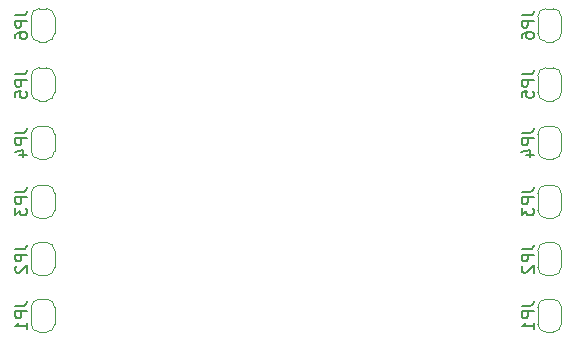
<source format=gbr>
%TF.GenerationSoftware,KiCad,Pcbnew,7.0.5*%
%TF.CreationDate,2023-07-03T18:15:23+02:00*%
%TF.ProjectId,motherboard_panel,6d6f7468-6572-4626-9f61-72645f70616e,rev?*%
%TF.SameCoordinates,Original*%
%TF.FileFunction,Legend,Bot*%
%TF.FilePolarity,Positive*%
%FSLAX46Y46*%
G04 Gerber Fmt 4.6, Leading zero omitted, Abs format (unit mm)*
G04 Created by KiCad (PCBNEW 7.0.5) date 2023-07-03 18:15:23*
%MOMM*%
%LPD*%
G01*
G04 APERTURE LIST*
%ADD10C,0.150000*%
%ADD11C,0.120000*%
G04 APERTURE END LIST*
D10*
%TO.C,JP3*%
X122854819Y-45316666D02*
X123569104Y-45316666D01*
X123569104Y-45316666D02*
X123711961Y-45269047D01*
X123711961Y-45269047D02*
X123807200Y-45173809D01*
X123807200Y-45173809D02*
X123854819Y-45030952D01*
X123854819Y-45030952D02*
X123854819Y-44935714D01*
X123854819Y-45792857D02*
X122854819Y-45792857D01*
X122854819Y-45792857D02*
X122854819Y-46173809D01*
X122854819Y-46173809D02*
X122902438Y-46269047D01*
X122902438Y-46269047D02*
X122950057Y-46316666D01*
X122950057Y-46316666D02*
X123045295Y-46364285D01*
X123045295Y-46364285D02*
X123188152Y-46364285D01*
X123188152Y-46364285D02*
X123283390Y-46316666D01*
X123283390Y-46316666D02*
X123331009Y-46269047D01*
X123331009Y-46269047D02*
X123378628Y-46173809D01*
X123378628Y-46173809D02*
X123378628Y-45792857D01*
X122854819Y-46697619D02*
X122854819Y-47316666D01*
X122854819Y-47316666D02*
X123235771Y-46983333D01*
X123235771Y-46983333D02*
X123235771Y-47126190D01*
X123235771Y-47126190D02*
X123283390Y-47221428D01*
X123283390Y-47221428D02*
X123331009Y-47269047D01*
X123331009Y-47269047D02*
X123426247Y-47316666D01*
X123426247Y-47316666D02*
X123664342Y-47316666D01*
X123664342Y-47316666D02*
X123759580Y-47269047D01*
X123759580Y-47269047D02*
X123807200Y-47221428D01*
X123807200Y-47221428D02*
X123854819Y-47126190D01*
X123854819Y-47126190D02*
X123854819Y-46840476D01*
X123854819Y-46840476D02*
X123807200Y-46745238D01*
X123807200Y-46745238D02*
X123759580Y-46697619D01*
%TO.C,JP6*%
X122854819Y-30366666D02*
X123569104Y-30366666D01*
X123569104Y-30366666D02*
X123711961Y-30319047D01*
X123711961Y-30319047D02*
X123807200Y-30223809D01*
X123807200Y-30223809D02*
X123854819Y-30080952D01*
X123854819Y-30080952D02*
X123854819Y-29985714D01*
X123854819Y-30842857D02*
X122854819Y-30842857D01*
X122854819Y-30842857D02*
X122854819Y-31223809D01*
X122854819Y-31223809D02*
X122902438Y-31319047D01*
X122902438Y-31319047D02*
X122950057Y-31366666D01*
X122950057Y-31366666D02*
X123045295Y-31414285D01*
X123045295Y-31414285D02*
X123188152Y-31414285D01*
X123188152Y-31414285D02*
X123283390Y-31366666D01*
X123283390Y-31366666D02*
X123331009Y-31319047D01*
X123331009Y-31319047D02*
X123378628Y-31223809D01*
X123378628Y-31223809D02*
X123378628Y-30842857D01*
X122854819Y-32271428D02*
X122854819Y-32080952D01*
X122854819Y-32080952D02*
X122902438Y-31985714D01*
X122902438Y-31985714D02*
X122950057Y-31938095D01*
X122950057Y-31938095D02*
X123092914Y-31842857D01*
X123092914Y-31842857D02*
X123283390Y-31795238D01*
X123283390Y-31795238D02*
X123664342Y-31795238D01*
X123664342Y-31795238D02*
X123759580Y-31842857D01*
X123759580Y-31842857D02*
X123807200Y-31890476D01*
X123807200Y-31890476D02*
X123854819Y-31985714D01*
X123854819Y-31985714D02*
X123854819Y-32176190D01*
X123854819Y-32176190D02*
X123807200Y-32271428D01*
X123807200Y-32271428D02*
X123759580Y-32319047D01*
X123759580Y-32319047D02*
X123664342Y-32366666D01*
X123664342Y-32366666D02*
X123426247Y-32366666D01*
X123426247Y-32366666D02*
X123331009Y-32319047D01*
X123331009Y-32319047D02*
X123283390Y-32271428D01*
X123283390Y-32271428D02*
X123235771Y-32176190D01*
X123235771Y-32176190D02*
X123235771Y-31985714D01*
X123235771Y-31985714D02*
X123283390Y-31890476D01*
X123283390Y-31890476D02*
X123331009Y-31842857D01*
X123331009Y-31842857D02*
X123426247Y-31795238D01*
%TO.C,JP2*%
X165754819Y-50166666D02*
X166469104Y-50166666D01*
X166469104Y-50166666D02*
X166611961Y-50119047D01*
X166611961Y-50119047D02*
X166707200Y-50023809D01*
X166707200Y-50023809D02*
X166754819Y-49880952D01*
X166754819Y-49880952D02*
X166754819Y-49785714D01*
X166754819Y-50642857D02*
X165754819Y-50642857D01*
X165754819Y-50642857D02*
X165754819Y-51023809D01*
X165754819Y-51023809D02*
X165802438Y-51119047D01*
X165802438Y-51119047D02*
X165850057Y-51166666D01*
X165850057Y-51166666D02*
X165945295Y-51214285D01*
X165945295Y-51214285D02*
X166088152Y-51214285D01*
X166088152Y-51214285D02*
X166183390Y-51166666D01*
X166183390Y-51166666D02*
X166231009Y-51119047D01*
X166231009Y-51119047D02*
X166278628Y-51023809D01*
X166278628Y-51023809D02*
X166278628Y-50642857D01*
X165850057Y-51595238D02*
X165802438Y-51642857D01*
X165802438Y-51642857D02*
X165754819Y-51738095D01*
X165754819Y-51738095D02*
X165754819Y-51976190D01*
X165754819Y-51976190D02*
X165802438Y-52071428D01*
X165802438Y-52071428D02*
X165850057Y-52119047D01*
X165850057Y-52119047D02*
X165945295Y-52166666D01*
X165945295Y-52166666D02*
X166040533Y-52166666D01*
X166040533Y-52166666D02*
X166183390Y-52119047D01*
X166183390Y-52119047D02*
X166754819Y-51547619D01*
X166754819Y-51547619D02*
X166754819Y-52166666D01*
%TO.C,JP1*%
X122854819Y-54966666D02*
X123569104Y-54966666D01*
X123569104Y-54966666D02*
X123711961Y-54919047D01*
X123711961Y-54919047D02*
X123807200Y-54823809D01*
X123807200Y-54823809D02*
X123854819Y-54680952D01*
X123854819Y-54680952D02*
X123854819Y-54585714D01*
X123854819Y-55442857D02*
X122854819Y-55442857D01*
X122854819Y-55442857D02*
X122854819Y-55823809D01*
X122854819Y-55823809D02*
X122902438Y-55919047D01*
X122902438Y-55919047D02*
X122950057Y-55966666D01*
X122950057Y-55966666D02*
X123045295Y-56014285D01*
X123045295Y-56014285D02*
X123188152Y-56014285D01*
X123188152Y-56014285D02*
X123283390Y-55966666D01*
X123283390Y-55966666D02*
X123331009Y-55919047D01*
X123331009Y-55919047D02*
X123378628Y-55823809D01*
X123378628Y-55823809D02*
X123378628Y-55442857D01*
X123854819Y-56966666D02*
X123854819Y-56395238D01*
X123854819Y-56680952D02*
X122854819Y-56680952D01*
X122854819Y-56680952D02*
X122997676Y-56585714D01*
X122997676Y-56585714D02*
X123092914Y-56490476D01*
X123092914Y-56490476D02*
X123140533Y-56395238D01*
%TO.C,JP5*%
X165754819Y-35366666D02*
X166469104Y-35366666D01*
X166469104Y-35366666D02*
X166611961Y-35319047D01*
X166611961Y-35319047D02*
X166707200Y-35223809D01*
X166707200Y-35223809D02*
X166754819Y-35080952D01*
X166754819Y-35080952D02*
X166754819Y-34985714D01*
X166754819Y-35842857D02*
X165754819Y-35842857D01*
X165754819Y-35842857D02*
X165754819Y-36223809D01*
X165754819Y-36223809D02*
X165802438Y-36319047D01*
X165802438Y-36319047D02*
X165850057Y-36366666D01*
X165850057Y-36366666D02*
X165945295Y-36414285D01*
X165945295Y-36414285D02*
X166088152Y-36414285D01*
X166088152Y-36414285D02*
X166183390Y-36366666D01*
X166183390Y-36366666D02*
X166231009Y-36319047D01*
X166231009Y-36319047D02*
X166278628Y-36223809D01*
X166278628Y-36223809D02*
X166278628Y-35842857D01*
X165754819Y-37319047D02*
X165754819Y-36842857D01*
X165754819Y-36842857D02*
X166231009Y-36795238D01*
X166231009Y-36795238D02*
X166183390Y-36842857D01*
X166183390Y-36842857D02*
X166135771Y-36938095D01*
X166135771Y-36938095D02*
X166135771Y-37176190D01*
X166135771Y-37176190D02*
X166183390Y-37271428D01*
X166183390Y-37271428D02*
X166231009Y-37319047D01*
X166231009Y-37319047D02*
X166326247Y-37366666D01*
X166326247Y-37366666D02*
X166564342Y-37366666D01*
X166564342Y-37366666D02*
X166659580Y-37319047D01*
X166659580Y-37319047D02*
X166707200Y-37271428D01*
X166707200Y-37271428D02*
X166754819Y-37176190D01*
X166754819Y-37176190D02*
X166754819Y-36938095D01*
X166754819Y-36938095D02*
X166707200Y-36842857D01*
X166707200Y-36842857D02*
X166659580Y-36795238D01*
%TO.C,JP2*%
X122854819Y-50166666D02*
X123569104Y-50166666D01*
X123569104Y-50166666D02*
X123711961Y-50119047D01*
X123711961Y-50119047D02*
X123807200Y-50023809D01*
X123807200Y-50023809D02*
X123854819Y-49880952D01*
X123854819Y-49880952D02*
X123854819Y-49785714D01*
X123854819Y-50642857D02*
X122854819Y-50642857D01*
X122854819Y-50642857D02*
X122854819Y-51023809D01*
X122854819Y-51023809D02*
X122902438Y-51119047D01*
X122902438Y-51119047D02*
X122950057Y-51166666D01*
X122950057Y-51166666D02*
X123045295Y-51214285D01*
X123045295Y-51214285D02*
X123188152Y-51214285D01*
X123188152Y-51214285D02*
X123283390Y-51166666D01*
X123283390Y-51166666D02*
X123331009Y-51119047D01*
X123331009Y-51119047D02*
X123378628Y-51023809D01*
X123378628Y-51023809D02*
X123378628Y-50642857D01*
X122950057Y-51595238D02*
X122902438Y-51642857D01*
X122902438Y-51642857D02*
X122854819Y-51738095D01*
X122854819Y-51738095D02*
X122854819Y-51976190D01*
X122854819Y-51976190D02*
X122902438Y-52071428D01*
X122902438Y-52071428D02*
X122950057Y-52119047D01*
X122950057Y-52119047D02*
X123045295Y-52166666D01*
X123045295Y-52166666D02*
X123140533Y-52166666D01*
X123140533Y-52166666D02*
X123283390Y-52119047D01*
X123283390Y-52119047D02*
X123854819Y-51547619D01*
X123854819Y-51547619D02*
X123854819Y-52166666D01*
%TO.C,JP4*%
X122854819Y-40316666D02*
X123569104Y-40316666D01*
X123569104Y-40316666D02*
X123711961Y-40269047D01*
X123711961Y-40269047D02*
X123807200Y-40173809D01*
X123807200Y-40173809D02*
X123854819Y-40030952D01*
X123854819Y-40030952D02*
X123854819Y-39935714D01*
X123854819Y-40792857D02*
X122854819Y-40792857D01*
X122854819Y-40792857D02*
X122854819Y-41173809D01*
X122854819Y-41173809D02*
X122902438Y-41269047D01*
X122902438Y-41269047D02*
X122950057Y-41316666D01*
X122950057Y-41316666D02*
X123045295Y-41364285D01*
X123045295Y-41364285D02*
X123188152Y-41364285D01*
X123188152Y-41364285D02*
X123283390Y-41316666D01*
X123283390Y-41316666D02*
X123331009Y-41269047D01*
X123331009Y-41269047D02*
X123378628Y-41173809D01*
X123378628Y-41173809D02*
X123378628Y-40792857D01*
X123188152Y-42221428D02*
X123854819Y-42221428D01*
X122807200Y-41983333D02*
X123521485Y-41745238D01*
X123521485Y-41745238D02*
X123521485Y-42364285D01*
%TO.C,JP5*%
X122854819Y-35366666D02*
X123569104Y-35366666D01*
X123569104Y-35366666D02*
X123711961Y-35319047D01*
X123711961Y-35319047D02*
X123807200Y-35223809D01*
X123807200Y-35223809D02*
X123854819Y-35080952D01*
X123854819Y-35080952D02*
X123854819Y-34985714D01*
X123854819Y-35842857D02*
X122854819Y-35842857D01*
X122854819Y-35842857D02*
X122854819Y-36223809D01*
X122854819Y-36223809D02*
X122902438Y-36319047D01*
X122902438Y-36319047D02*
X122950057Y-36366666D01*
X122950057Y-36366666D02*
X123045295Y-36414285D01*
X123045295Y-36414285D02*
X123188152Y-36414285D01*
X123188152Y-36414285D02*
X123283390Y-36366666D01*
X123283390Y-36366666D02*
X123331009Y-36319047D01*
X123331009Y-36319047D02*
X123378628Y-36223809D01*
X123378628Y-36223809D02*
X123378628Y-35842857D01*
X122854819Y-37319047D02*
X122854819Y-36842857D01*
X122854819Y-36842857D02*
X123331009Y-36795238D01*
X123331009Y-36795238D02*
X123283390Y-36842857D01*
X123283390Y-36842857D02*
X123235771Y-36938095D01*
X123235771Y-36938095D02*
X123235771Y-37176190D01*
X123235771Y-37176190D02*
X123283390Y-37271428D01*
X123283390Y-37271428D02*
X123331009Y-37319047D01*
X123331009Y-37319047D02*
X123426247Y-37366666D01*
X123426247Y-37366666D02*
X123664342Y-37366666D01*
X123664342Y-37366666D02*
X123759580Y-37319047D01*
X123759580Y-37319047D02*
X123807200Y-37271428D01*
X123807200Y-37271428D02*
X123854819Y-37176190D01*
X123854819Y-37176190D02*
X123854819Y-36938095D01*
X123854819Y-36938095D02*
X123807200Y-36842857D01*
X123807200Y-36842857D02*
X123759580Y-36795238D01*
%TO.C,JP6*%
X165754819Y-30366666D02*
X166469104Y-30366666D01*
X166469104Y-30366666D02*
X166611961Y-30319047D01*
X166611961Y-30319047D02*
X166707200Y-30223809D01*
X166707200Y-30223809D02*
X166754819Y-30080952D01*
X166754819Y-30080952D02*
X166754819Y-29985714D01*
X166754819Y-30842857D02*
X165754819Y-30842857D01*
X165754819Y-30842857D02*
X165754819Y-31223809D01*
X165754819Y-31223809D02*
X165802438Y-31319047D01*
X165802438Y-31319047D02*
X165850057Y-31366666D01*
X165850057Y-31366666D02*
X165945295Y-31414285D01*
X165945295Y-31414285D02*
X166088152Y-31414285D01*
X166088152Y-31414285D02*
X166183390Y-31366666D01*
X166183390Y-31366666D02*
X166231009Y-31319047D01*
X166231009Y-31319047D02*
X166278628Y-31223809D01*
X166278628Y-31223809D02*
X166278628Y-30842857D01*
X165754819Y-32271428D02*
X165754819Y-32080952D01*
X165754819Y-32080952D02*
X165802438Y-31985714D01*
X165802438Y-31985714D02*
X165850057Y-31938095D01*
X165850057Y-31938095D02*
X165992914Y-31842857D01*
X165992914Y-31842857D02*
X166183390Y-31795238D01*
X166183390Y-31795238D02*
X166564342Y-31795238D01*
X166564342Y-31795238D02*
X166659580Y-31842857D01*
X166659580Y-31842857D02*
X166707200Y-31890476D01*
X166707200Y-31890476D02*
X166754819Y-31985714D01*
X166754819Y-31985714D02*
X166754819Y-32176190D01*
X166754819Y-32176190D02*
X166707200Y-32271428D01*
X166707200Y-32271428D02*
X166659580Y-32319047D01*
X166659580Y-32319047D02*
X166564342Y-32366666D01*
X166564342Y-32366666D02*
X166326247Y-32366666D01*
X166326247Y-32366666D02*
X166231009Y-32319047D01*
X166231009Y-32319047D02*
X166183390Y-32271428D01*
X166183390Y-32271428D02*
X166135771Y-32176190D01*
X166135771Y-32176190D02*
X166135771Y-31985714D01*
X166135771Y-31985714D02*
X166183390Y-31890476D01*
X166183390Y-31890476D02*
X166231009Y-31842857D01*
X166231009Y-31842857D02*
X166326247Y-31795238D01*
%TO.C,JP3*%
X165754819Y-45316666D02*
X166469104Y-45316666D01*
X166469104Y-45316666D02*
X166611961Y-45269047D01*
X166611961Y-45269047D02*
X166707200Y-45173809D01*
X166707200Y-45173809D02*
X166754819Y-45030952D01*
X166754819Y-45030952D02*
X166754819Y-44935714D01*
X166754819Y-45792857D02*
X165754819Y-45792857D01*
X165754819Y-45792857D02*
X165754819Y-46173809D01*
X165754819Y-46173809D02*
X165802438Y-46269047D01*
X165802438Y-46269047D02*
X165850057Y-46316666D01*
X165850057Y-46316666D02*
X165945295Y-46364285D01*
X165945295Y-46364285D02*
X166088152Y-46364285D01*
X166088152Y-46364285D02*
X166183390Y-46316666D01*
X166183390Y-46316666D02*
X166231009Y-46269047D01*
X166231009Y-46269047D02*
X166278628Y-46173809D01*
X166278628Y-46173809D02*
X166278628Y-45792857D01*
X165754819Y-46697619D02*
X165754819Y-47316666D01*
X165754819Y-47316666D02*
X166135771Y-46983333D01*
X166135771Y-46983333D02*
X166135771Y-47126190D01*
X166135771Y-47126190D02*
X166183390Y-47221428D01*
X166183390Y-47221428D02*
X166231009Y-47269047D01*
X166231009Y-47269047D02*
X166326247Y-47316666D01*
X166326247Y-47316666D02*
X166564342Y-47316666D01*
X166564342Y-47316666D02*
X166659580Y-47269047D01*
X166659580Y-47269047D02*
X166707200Y-47221428D01*
X166707200Y-47221428D02*
X166754819Y-47126190D01*
X166754819Y-47126190D02*
X166754819Y-46840476D01*
X166754819Y-46840476D02*
X166707200Y-46745238D01*
X166707200Y-46745238D02*
X166659580Y-46697619D01*
%TO.C,JP4*%
X165754819Y-40316666D02*
X166469104Y-40316666D01*
X166469104Y-40316666D02*
X166611961Y-40269047D01*
X166611961Y-40269047D02*
X166707200Y-40173809D01*
X166707200Y-40173809D02*
X166754819Y-40030952D01*
X166754819Y-40030952D02*
X166754819Y-39935714D01*
X166754819Y-40792857D02*
X165754819Y-40792857D01*
X165754819Y-40792857D02*
X165754819Y-41173809D01*
X165754819Y-41173809D02*
X165802438Y-41269047D01*
X165802438Y-41269047D02*
X165850057Y-41316666D01*
X165850057Y-41316666D02*
X165945295Y-41364285D01*
X165945295Y-41364285D02*
X166088152Y-41364285D01*
X166088152Y-41364285D02*
X166183390Y-41316666D01*
X166183390Y-41316666D02*
X166231009Y-41269047D01*
X166231009Y-41269047D02*
X166278628Y-41173809D01*
X166278628Y-41173809D02*
X166278628Y-40792857D01*
X166088152Y-42221428D02*
X166754819Y-42221428D01*
X165707200Y-41983333D02*
X166421485Y-41745238D01*
X166421485Y-41745238D02*
X166421485Y-42364285D01*
%TO.C,JP1*%
X165754819Y-54966666D02*
X166469104Y-54966666D01*
X166469104Y-54966666D02*
X166611961Y-54919047D01*
X166611961Y-54919047D02*
X166707200Y-54823809D01*
X166707200Y-54823809D02*
X166754819Y-54680952D01*
X166754819Y-54680952D02*
X166754819Y-54585714D01*
X166754819Y-55442857D02*
X165754819Y-55442857D01*
X165754819Y-55442857D02*
X165754819Y-55823809D01*
X165754819Y-55823809D02*
X165802438Y-55919047D01*
X165802438Y-55919047D02*
X165850057Y-55966666D01*
X165850057Y-55966666D02*
X165945295Y-56014285D01*
X165945295Y-56014285D02*
X166088152Y-56014285D01*
X166088152Y-56014285D02*
X166183390Y-55966666D01*
X166183390Y-55966666D02*
X166231009Y-55919047D01*
X166231009Y-55919047D02*
X166278628Y-55823809D01*
X166278628Y-55823809D02*
X166278628Y-55442857D01*
X166754819Y-56966666D02*
X166754819Y-56395238D01*
X166754819Y-56680952D02*
X165754819Y-56680952D01*
X165754819Y-56680952D02*
X165897676Y-56585714D01*
X165897676Y-56585714D02*
X165992914Y-56490476D01*
X165992914Y-56490476D02*
X166040533Y-56395238D01*
D11*
%TO.C,JP3*%
X125500000Y-44750000D02*
X124900000Y-44750000D01*
X124200000Y-45450000D02*
X124200000Y-46850000D01*
X126200000Y-46850000D02*
X126200000Y-45450000D01*
X124900000Y-47550000D02*
X125500000Y-47550000D01*
X126200000Y-45450000D02*
G75*
G03*
X125500000Y-44750000I-699999J1D01*
G01*
X124900000Y-44750000D02*
G75*
G03*
X124200000Y-45450000I-1J-699999D01*
G01*
X125500000Y-47550000D02*
G75*
G03*
X126200000Y-46850000I0J700000D01*
G01*
X124200000Y-46850000D02*
G75*
G03*
X124900000Y-47550000I700000J0D01*
G01*
%TO.C,JP6*%
X125500000Y-29800000D02*
X124900000Y-29800000D01*
X124200000Y-30500000D02*
X124200000Y-31900000D01*
X126200000Y-31900000D02*
X126200000Y-30500000D01*
X124900000Y-32600000D02*
X125500000Y-32600000D01*
X126200000Y-30500000D02*
G75*
G03*
X125500000Y-29800000I-699999J1D01*
G01*
X124900000Y-29800000D02*
G75*
G03*
X124200000Y-30500000I-1J-699999D01*
G01*
X125500000Y-32600000D02*
G75*
G03*
X126200000Y-31900000I0J700000D01*
G01*
X124200000Y-31900000D02*
G75*
G03*
X124900000Y-32600000I700000J0D01*
G01*
%TO.C,JP2*%
X168400000Y-49600000D02*
X167800000Y-49600000D01*
X167100000Y-50300000D02*
X167100000Y-51700000D01*
X169100000Y-51700000D02*
X169100000Y-50300000D01*
X167800000Y-52400000D02*
X168400000Y-52400000D01*
X169100000Y-50300000D02*
G75*
G03*
X168400000Y-49600000I-699999J1D01*
G01*
X167800000Y-49600000D02*
G75*
G03*
X167100000Y-50300000I-1J-699999D01*
G01*
X168400000Y-52400000D02*
G75*
G03*
X169100000Y-51700000I0J700000D01*
G01*
X167100000Y-51700000D02*
G75*
G03*
X167800000Y-52400000I700000J0D01*
G01*
%TO.C,JP1*%
X125500000Y-54400000D02*
X124900000Y-54400000D01*
X124200000Y-55100000D02*
X124200000Y-56500000D01*
X126200000Y-56500000D02*
X126200000Y-55100000D01*
X124900000Y-57200000D02*
X125500000Y-57200000D01*
X126200000Y-55100000D02*
G75*
G03*
X125500000Y-54400000I-699999J1D01*
G01*
X124900000Y-54400000D02*
G75*
G03*
X124200000Y-55100000I-1J-699999D01*
G01*
X125500000Y-57200000D02*
G75*
G03*
X126200000Y-56500000I0J700000D01*
G01*
X124200000Y-56500000D02*
G75*
G03*
X124900000Y-57200000I700000J0D01*
G01*
%TO.C,JP5*%
X168400000Y-34800000D02*
X167800000Y-34800000D01*
X167100000Y-35500000D02*
X167100000Y-36900000D01*
X169100000Y-36900000D02*
X169100000Y-35500000D01*
X167800000Y-37600000D02*
X168400000Y-37600000D01*
X169100000Y-35500000D02*
G75*
G03*
X168400000Y-34800000I-699999J1D01*
G01*
X167800000Y-34800000D02*
G75*
G03*
X167100000Y-35500000I-1J-699999D01*
G01*
X168400000Y-37600000D02*
G75*
G03*
X169100000Y-36900000I0J700000D01*
G01*
X167100000Y-36900000D02*
G75*
G03*
X167800000Y-37600000I700000J0D01*
G01*
%TO.C,JP2*%
X125500000Y-49600000D02*
X124900000Y-49600000D01*
X124200000Y-50300000D02*
X124200000Y-51700000D01*
X126200000Y-51700000D02*
X126200000Y-50300000D01*
X124900000Y-52400000D02*
X125500000Y-52400000D01*
X126200000Y-50300000D02*
G75*
G03*
X125500000Y-49600000I-699999J1D01*
G01*
X124900000Y-49600000D02*
G75*
G03*
X124200000Y-50300000I-1J-699999D01*
G01*
X125500000Y-52400000D02*
G75*
G03*
X126200000Y-51700000I0J700000D01*
G01*
X124200000Y-51700000D02*
G75*
G03*
X124900000Y-52400000I700000J0D01*
G01*
%TO.C,JP4*%
X125500000Y-39750000D02*
X124900000Y-39750000D01*
X124200000Y-40450000D02*
X124200000Y-41850000D01*
X126200000Y-41850000D02*
X126200000Y-40450000D01*
X124900000Y-42550000D02*
X125500000Y-42550000D01*
X126200000Y-40450000D02*
G75*
G03*
X125500000Y-39750000I-699999J1D01*
G01*
X124900000Y-39750000D02*
G75*
G03*
X124200000Y-40450000I-1J-699999D01*
G01*
X125500000Y-42550000D02*
G75*
G03*
X126200000Y-41850000I0J700000D01*
G01*
X124200000Y-41850000D02*
G75*
G03*
X124900000Y-42550000I700000J0D01*
G01*
%TO.C,JP5*%
X125500000Y-34800000D02*
X124900000Y-34800000D01*
X124200000Y-35500000D02*
X124200000Y-36900000D01*
X126200000Y-36900000D02*
X126200000Y-35500000D01*
X124900000Y-37600000D02*
X125500000Y-37600000D01*
X126200000Y-35500000D02*
G75*
G03*
X125500000Y-34800000I-699999J1D01*
G01*
X124900000Y-34800000D02*
G75*
G03*
X124200000Y-35500000I-1J-699999D01*
G01*
X125500000Y-37600000D02*
G75*
G03*
X126200000Y-36900000I0J700000D01*
G01*
X124200000Y-36900000D02*
G75*
G03*
X124900000Y-37600000I700000J0D01*
G01*
%TO.C,JP6*%
X168400000Y-29800000D02*
X167800000Y-29800000D01*
X167100000Y-30500000D02*
X167100000Y-31900000D01*
X169100000Y-31900000D02*
X169100000Y-30500000D01*
X167800000Y-32600000D02*
X168400000Y-32600000D01*
X169100000Y-30500000D02*
G75*
G03*
X168400000Y-29800000I-699999J1D01*
G01*
X167800000Y-29800000D02*
G75*
G03*
X167100000Y-30500000I-1J-699999D01*
G01*
X168400000Y-32600000D02*
G75*
G03*
X169100000Y-31900000I0J700000D01*
G01*
X167100000Y-31900000D02*
G75*
G03*
X167800000Y-32600000I700000J0D01*
G01*
%TO.C,JP3*%
X168400000Y-44750000D02*
X167800000Y-44750000D01*
X167100000Y-45450000D02*
X167100000Y-46850000D01*
X169100000Y-46850000D02*
X169100000Y-45450000D01*
X167800000Y-47550000D02*
X168400000Y-47550000D01*
X169100000Y-45450000D02*
G75*
G03*
X168400000Y-44750000I-699999J1D01*
G01*
X167800000Y-44750000D02*
G75*
G03*
X167100000Y-45450000I-1J-699999D01*
G01*
X168400000Y-47550000D02*
G75*
G03*
X169100000Y-46850000I0J700000D01*
G01*
X167100000Y-46850000D02*
G75*
G03*
X167800000Y-47550000I700000J0D01*
G01*
%TO.C,JP4*%
X168400000Y-39750000D02*
X167800000Y-39750000D01*
X167100000Y-40450000D02*
X167100000Y-41850000D01*
X169100000Y-41850000D02*
X169100000Y-40450000D01*
X167800000Y-42550000D02*
X168400000Y-42550000D01*
X169100000Y-40450000D02*
G75*
G03*
X168400000Y-39750000I-699999J1D01*
G01*
X167800000Y-39750000D02*
G75*
G03*
X167100000Y-40450000I-1J-699999D01*
G01*
X168400000Y-42550000D02*
G75*
G03*
X169100000Y-41850000I0J700000D01*
G01*
X167100000Y-41850000D02*
G75*
G03*
X167800000Y-42550000I700000J0D01*
G01*
%TO.C,JP1*%
X168400000Y-54400000D02*
X167800000Y-54400000D01*
X167100000Y-55100000D02*
X167100000Y-56500000D01*
X169100000Y-56500000D02*
X169100000Y-55100000D01*
X167800000Y-57200000D02*
X168400000Y-57200000D01*
X169100000Y-55100000D02*
G75*
G03*
X168400000Y-54400000I-699999J1D01*
G01*
X167800000Y-54400000D02*
G75*
G03*
X167100000Y-55100000I-1J-699999D01*
G01*
X168400000Y-57200000D02*
G75*
G03*
X169100000Y-56500000I0J700000D01*
G01*
X167100000Y-56500000D02*
G75*
G03*
X167800000Y-57200000I700000J0D01*
G01*
%TD*%
M02*

</source>
